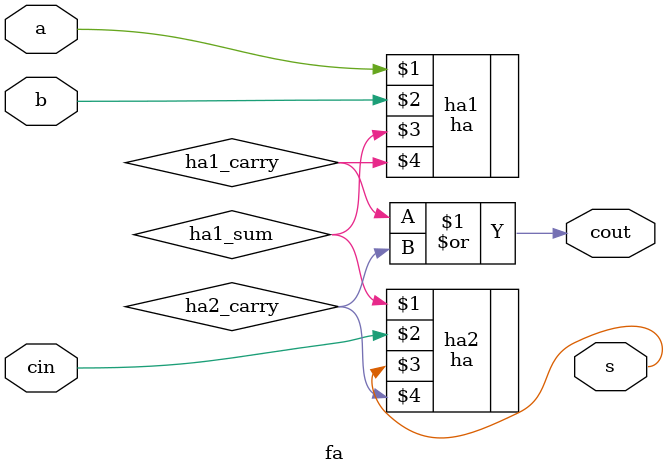
<source format=v>
`include "ha.v"
module fa (a,b,cin,s,cout);
input a, b, cin;
output s, cout;

wire ha1_sum;
wire ha1_carry;
wire ha2_carry;

ha ha1 (a,b,ha1_sum,ha1_carry);
ha ha2 (ha1_sum, cin, s, ha2_carry);
or(cout,ha1_carry, ha2_carry);

endmodule

</source>
